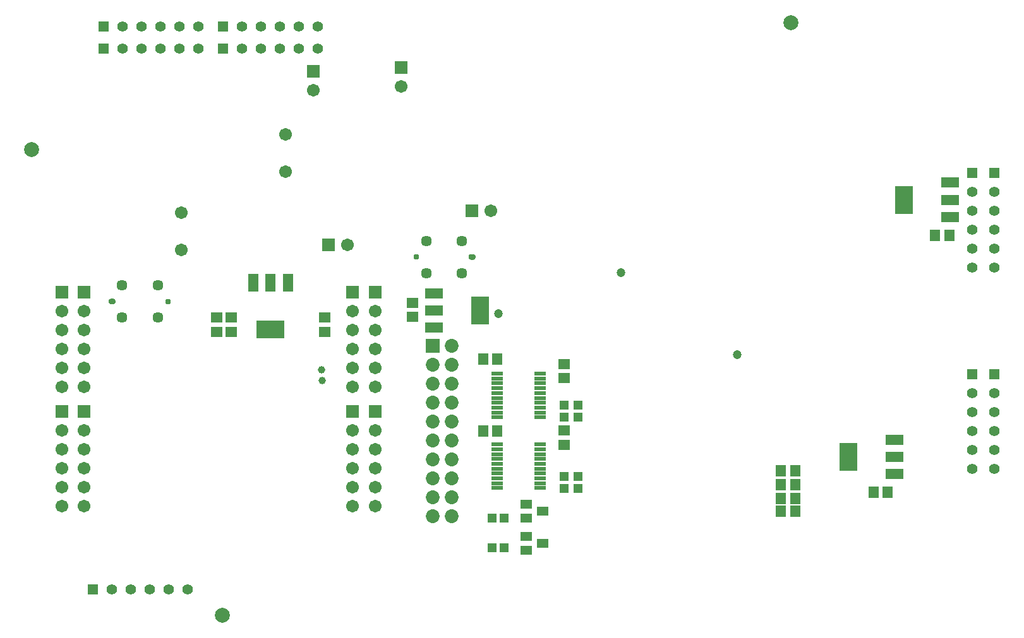
<source format=gbs>
G04*
G04 #@! TF.GenerationSoftware,Altium Limited,Altium Designer,24.5.2 (23)*
G04*
G04 Layer_Color=16711935*
%FSLAX25Y25*%
%MOIN*%
G70*
G04*
G04 #@! TF.SameCoordinates,18E33138-F5D1-4808-9D7F-E210CFB707B3*
G04*
G04*
G04 #@! TF.FilePolarity,Negative*
G04*
G01*
G75*
%ADD50C,0.07874*%
%ADD64R,0.05918X0.05524*%
%ADD65R,0.04501X0.04816*%
%ADD66R,0.04816X0.04501*%
%ADD67R,0.05524X0.05918*%
%ADD69R,0.06706X0.06706*%
%ADD80C,0.04737*%
%ADD84C,0.06706*%
%ADD85R,0.06706X0.06706*%
%ADD86C,0.03044*%
%ADD87C,0.05709*%
%ADD88R,0.07296X0.07296*%
%ADD89C,0.07296*%
%ADD90R,0.05603X0.05603*%
%ADD91C,0.05603*%
%ADD92R,0.05603X0.05603*%
%ADD93C,0.03950*%
%ADD125R,0.09461X0.05524*%
%ADD126R,0.09461X0.14580*%
G04:AMPARAMS|DCode=127|XSize=61.06mil|YSize=19.72mil|CornerRadius=2.97mil|HoleSize=0mil|Usage=FLASHONLY|Rotation=180.000|XOffset=0mil|YOffset=0mil|HoleType=Round|Shape=RoundedRectangle|*
%AMROUNDEDRECTD127*
21,1,0.06106,0.01378,0,0,180.0*
21,1,0.05512,0.01972,0,0,180.0*
1,1,0.00594,-0.02756,0.00689*
1,1,0.00594,0.02756,0.00689*
1,1,0.00594,0.02756,-0.00689*
1,1,0.00594,-0.02756,-0.00689*
%
%ADD127ROUNDEDRECTD127*%
%ADD128R,0.06312X0.04737*%
%ADD129R,0.05524X0.09461*%
%ADD130R,0.14580X0.09461*%
G36*
X57598Y180043D02*
X57520Y180047D01*
X57441Y180059D01*
X57362Y180071D01*
X57284Y180091D01*
X57209Y180114D01*
X57134Y180142D01*
X57059Y180169D01*
X56988Y180205D01*
X56917Y180244D01*
X56850Y180283D01*
X56787Y180331D01*
X56724Y180378D01*
X56661Y180429D01*
X56606Y180484D01*
X56551Y180539D01*
X56500Y180602D01*
X56453Y180665D01*
X56406Y180728D01*
X56366Y180799D01*
X56327Y180866D01*
X56291Y180937D01*
X56264Y181012D01*
X56236Y181087D01*
X56213Y181161D01*
X56193Y181240D01*
X56181Y181319D01*
X56169Y181398D01*
X56165Y181476D01*
X56161Y181555D01*
X56165Y181634D01*
X56169Y181713D01*
X56181Y181791D01*
X56193Y181870D01*
X56213Y181949D01*
X56236Y182024D01*
X56264Y182098D01*
X56291Y182173D01*
X56327Y182244D01*
X56366Y182311D01*
X56406Y182382D01*
X56453Y182445D01*
X56500Y182508D01*
X56551Y182571D01*
X56606Y182626D01*
X56661Y182681D01*
X56724Y182732D01*
X56787Y182780D01*
X56850Y182827D01*
X56917Y182866D01*
X56988Y182905D01*
X57059Y182941D01*
X57134Y182968D01*
X57209Y182996D01*
X57284Y183020D01*
X57362Y183039D01*
X57441Y183051D01*
X57520Y183063D01*
X57598Y183067D01*
X57677Y183071D01*
X58465D01*
X58543Y183067D01*
X58622Y183063D01*
X58701Y183051D01*
X58780Y183039D01*
X58858Y183020D01*
X58933Y182996D01*
X59008Y182968D01*
X59083Y182941D01*
X59153Y182905D01*
X59224Y182866D01*
X59291Y182827D01*
X59354Y182780D01*
X59417Y182732D01*
X59480Y182681D01*
X59535Y182626D01*
X59591Y182571D01*
X59642Y182508D01*
X59689Y182445D01*
X59736Y182382D01*
X59776Y182315D01*
X59815Y182244D01*
X59850Y182173D01*
X59878Y182098D01*
X59905Y182024D01*
X59929Y181949D01*
X59949Y181870D01*
X59961Y181791D01*
X59972Y181713D01*
X59976Y181634D01*
X59980Y181555D01*
X59976Y181476D01*
X59972Y181398D01*
X59961Y181319D01*
X59949Y181240D01*
X59929Y181161D01*
X59905Y181087D01*
X59878Y181012D01*
X59850Y180937D01*
X59815Y180866D01*
X59776Y180799D01*
X59736Y180728D01*
X59689Y180665D01*
X59642Y180602D01*
X59591Y180539D01*
X59535Y180484D01*
X59480Y180429D01*
X59417Y180378D01*
X59354Y180331D01*
X59291Y180283D01*
X59220Y180244D01*
X59153Y180205D01*
X59083Y180169D01*
X59008Y180142D01*
X58933Y180114D01*
X58858Y180091D01*
X58780Y180071D01*
X58701Y180059D01*
X58622Y180047D01*
X58543Y180043D01*
X58465Y180039D01*
X57677D01*
X57598Y180043D01*
D02*
G37*
G36*
X248529Y206581D02*
X248608Y206577D01*
X248687Y206565D01*
X248765Y206553D01*
X248844Y206534D01*
X248919Y206510D01*
X248994Y206482D01*
X249069Y206455D01*
X249139Y206419D01*
X249210Y206380D01*
X249277Y206341D01*
X249340Y206293D01*
X249403Y206246D01*
X249466Y206195D01*
X249521Y206140D01*
X249576Y206085D01*
X249628Y206022D01*
X249675Y205959D01*
X249722Y205896D01*
X249762Y205825D01*
X249801Y205758D01*
X249836Y205687D01*
X249864Y205612D01*
X249891Y205537D01*
X249915Y205463D01*
X249935Y205384D01*
X249947Y205305D01*
X249958Y205226D01*
X249962Y205148D01*
X249966Y205069D01*
X249962Y204990D01*
X249958Y204911D01*
X249947Y204833D01*
X249935Y204754D01*
X249915Y204675D01*
X249891Y204601D01*
X249864Y204526D01*
X249836Y204451D01*
X249801Y204380D01*
X249762Y204313D01*
X249722Y204242D01*
X249675Y204179D01*
X249628Y204116D01*
X249576Y204053D01*
X249521Y203998D01*
X249466Y203943D01*
X249403Y203892D01*
X249340Y203844D01*
X249277Y203797D01*
X249210Y203758D01*
X249139Y203719D01*
X249069Y203683D01*
X248994Y203656D01*
X248919Y203628D01*
X248844Y203604D01*
X248765Y203585D01*
X248687Y203573D01*
X248608Y203561D01*
X248529Y203557D01*
X248450Y203553D01*
X247663D01*
X247584Y203557D01*
X247506Y203561D01*
X247427Y203573D01*
X247348Y203585D01*
X247269Y203604D01*
X247195Y203628D01*
X247120Y203656D01*
X247045Y203683D01*
X246974Y203719D01*
X246903Y203758D01*
X246836Y203797D01*
X246773Y203844D01*
X246710Y203892D01*
X246647Y203943D01*
X246592Y203998D01*
X246537Y204053D01*
X246486Y204116D01*
X246439Y204179D01*
X246392Y204242D01*
X246352Y204309D01*
X246313Y204380D01*
X246277Y204451D01*
X246250Y204526D01*
X246222Y204601D01*
X246199Y204675D01*
X246179Y204754D01*
X246167Y204833D01*
X246155Y204911D01*
X246151Y204990D01*
X246147Y205069D01*
X246151Y205148D01*
X246155Y205226D01*
X246167Y205305D01*
X246179Y205384D01*
X246199Y205463D01*
X246222Y205537D01*
X246250Y205612D01*
X246277Y205687D01*
X246313Y205758D01*
X246352Y205825D01*
X246392Y205896D01*
X246439Y205959D01*
X246486Y206022D01*
X246537Y206085D01*
X246592Y206140D01*
X246647Y206195D01*
X246710Y206246D01*
X246773Y206293D01*
X246836Y206341D01*
X246907Y206380D01*
X246974Y206419D01*
X247045Y206455D01*
X247120Y206482D01*
X247195Y206510D01*
X247269Y206534D01*
X247348Y206553D01*
X247427Y206565D01*
X247506Y206577D01*
X247584Y206581D01*
X247663Y206585D01*
X248450D01*
X248529Y206581D01*
D02*
G37*
D50*
X416339Y328740D02*
D03*
X116142Y15748D02*
D03*
X15748Y261811D02*
D03*
D64*
X216535Y180905D02*
D03*
Y173425D02*
D03*
X296578Y141124D02*
D03*
Y148604D02*
D03*
Y105834D02*
D03*
Y113315D02*
D03*
X113189Y173031D02*
D03*
Y165551D02*
D03*
X121063Y173031D02*
D03*
Y165551D02*
D03*
X170276Y173031D02*
D03*
Y165551D02*
D03*
D65*
X258701Y67167D02*
D03*
X264921D02*
D03*
X258701Y51444D02*
D03*
X264921D02*
D03*
D66*
X304038Y126787D02*
D03*
Y120567D02*
D03*
X296578Y126787D02*
D03*
Y120567D02*
D03*
X303829Y89018D02*
D03*
Y82798D02*
D03*
X296578Y89018D02*
D03*
Y82798D02*
D03*
D67*
X492323Y216535D02*
D03*
X499803D02*
D03*
X467321Y80760D02*
D03*
X459841D02*
D03*
X418563Y70644D02*
D03*
X411083D02*
D03*
X418563Y77618D02*
D03*
X411083D02*
D03*
X418563Y84941D02*
D03*
X411083D02*
D03*
X418563Y92100D02*
D03*
X411083D02*
D03*
X261280Y151277D02*
D03*
X253799D02*
D03*
X261280Y113189D02*
D03*
X253799D02*
D03*
D69*
X210630Y305197D02*
D03*
X164370Y303228D02*
D03*
X31496Y186417D02*
D03*
X43307D02*
D03*
X185039D02*
D03*
X196850D02*
D03*
X31496Y123425D02*
D03*
X43307D02*
D03*
X185039D02*
D03*
X196850D02*
D03*
D80*
X387795Y153543D02*
D03*
X326772Y196850D02*
D03*
X261811Y175197D02*
D03*
D84*
X210630Y295197D02*
D03*
X257953Y229331D02*
D03*
X182165Y211614D02*
D03*
X164370Y293228D02*
D03*
X94488Y228346D02*
D03*
Y208661D02*
D03*
X149606Y250000D02*
D03*
Y269685D02*
D03*
X31496Y136417D02*
D03*
Y146417D02*
D03*
Y156417D02*
D03*
Y166417D02*
D03*
Y176417D02*
D03*
X43307Y136417D02*
D03*
Y146417D02*
D03*
Y156417D02*
D03*
Y166417D02*
D03*
Y176417D02*
D03*
X185039Y136417D02*
D03*
Y146417D02*
D03*
Y156417D02*
D03*
Y166417D02*
D03*
Y176417D02*
D03*
X196850Y136417D02*
D03*
Y146417D02*
D03*
Y156417D02*
D03*
Y166417D02*
D03*
Y176417D02*
D03*
X31496Y73425D02*
D03*
Y83425D02*
D03*
Y93425D02*
D03*
Y103425D02*
D03*
Y113425D02*
D03*
X43307Y73425D02*
D03*
Y83425D02*
D03*
Y93425D02*
D03*
Y103425D02*
D03*
Y113425D02*
D03*
X185039Y73425D02*
D03*
Y83425D02*
D03*
Y93425D02*
D03*
Y103425D02*
D03*
Y113425D02*
D03*
X196850Y73425D02*
D03*
Y83425D02*
D03*
Y93425D02*
D03*
Y103425D02*
D03*
Y113425D02*
D03*
D85*
X247953Y229331D02*
D03*
X172165Y211614D02*
D03*
D86*
X87598Y181555D02*
D03*
X218529Y205069D02*
D03*
D87*
X82284Y173091D02*
D03*
X63386D02*
D03*
X82284Y190020D02*
D03*
X63386D02*
D03*
X223844Y213533D02*
D03*
X242742D02*
D03*
X223844Y196604D02*
D03*
X242742D02*
D03*
D88*
X227362Y157992D02*
D03*
D89*
X237362D02*
D03*
X227362Y147992D02*
D03*
X237362D02*
D03*
X227362Y137992D02*
D03*
X237362D02*
D03*
X227362Y127992D02*
D03*
X237362D02*
D03*
X227362Y117992D02*
D03*
X237362D02*
D03*
X227362Y107992D02*
D03*
X237362D02*
D03*
X227362Y97992D02*
D03*
X237362D02*
D03*
X227362Y87992D02*
D03*
X237362D02*
D03*
X227362Y77992D02*
D03*
X237362D02*
D03*
X227362Y67992D02*
D03*
X237362D02*
D03*
D90*
X53740Y314961D02*
D03*
X116732D02*
D03*
X53740Y326772D02*
D03*
X47835Y29528D02*
D03*
X116732Y326772D02*
D03*
D91*
X63740Y314961D02*
D03*
X73740D02*
D03*
X83740D02*
D03*
X93740D02*
D03*
X103740D02*
D03*
X126732D02*
D03*
X136732D02*
D03*
X146732D02*
D03*
X156732D02*
D03*
X166732D02*
D03*
X63740Y326772D02*
D03*
X73740D02*
D03*
X83740D02*
D03*
X93740D02*
D03*
X103740D02*
D03*
X57835Y29528D02*
D03*
X67835D02*
D03*
X77835D02*
D03*
X87835D02*
D03*
X97835D02*
D03*
X523622Y133110D02*
D03*
Y123110D02*
D03*
Y113110D02*
D03*
Y103110D02*
D03*
Y93110D02*
D03*
X511811Y239409D02*
D03*
Y229410D02*
D03*
Y219409D02*
D03*
Y209409D02*
D03*
Y199409D02*
D03*
X523622Y239409D02*
D03*
Y229410D02*
D03*
Y219409D02*
D03*
Y209409D02*
D03*
Y199409D02*
D03*
X126732Y326772D02*
D03*
X136732D02*
D03*
X146732D02*
D03*
X156732D02*
D03*
X166732D02*
D03*
X511811Y133110D02*
D03*
Y123110D02*
D03*
Y113110D02*
D03*
Y103110D02*
D03*
Y93110D02*
D03*
D92*
X523622Y143110D02*
D03*
X511811Y249410D02*
D03*
X523622D02*
D03*
X511811Y143110D02*
D03*
D93*
X168647Y145354D02*
D03*
X168842Y139835D02*
D03*
D125*
X500394Y244291D02*
D03*
Y235236D02*
D03*
Y226181D02*
D03*
X470866Y90354D02*
D03*
Y99410D02*
D03*
Y108465D02*
D03*
X227953Y185827D02*
D03*
Y176772D02*
D03*
Y167717D02*
D03*
D126*
X475984Y235236D02*
D03*
X446457Y99410D02*
D03*
X252362Y176772D02*
D03*
D127*
X261221Y143405D02*
D03*
Y140847D02*
D03*
Y138287D02*
D03*
Y135728D02*
D03*
Y133169D02*
D03*
Y130610D02*
D03*
Y128051D02*
D03*
Y125492D02*
D03*
Y122933D02*
D03*
Y120374D02*
D03*
X284055D02*
D03*
Y122933D02*
D03*
Y125492D02*
D03*
Y128051D02*
D03*
Y130610D02*
D03*
Y133169D02*
D03*
Y135728D02*
D03*
Y138287D02*
D03*
Y140847D02*
D03*
Y143405D02*
D03*
X261221Y106004D02*
D03*
Y103445D02*
D03*
Y100886D02*
D03*
Y98327D02*
D03*
Y95768D02*
D03*
Y93209D02*
D03*
Y90650D02*
D03*
Y88091D02*
D03*
Y85532D02*
D03*
Y82973D02*
D03*
X284055D02*
D03*
Y85532D02*
D03*
Y88091D02*
D03*
Y90650D02*
D03*
Y93209D02*
D03*
Y95768D02*
D03*
Y98327D02*
D03*
Y100886D02*
D03*
Y103445D02*
D03*
Y106004D02*
D03*
D128*
X276772Y50046D02*
D03*
Y57526D02*
D03*
X285433Y53786D02*
D03*
X276772Y67126D02*
D03*
Y74606D02*
D03*
X285433Y70866D02*
D03*
D129*
X132677Y191339D02*
D03*
X141732D02*
D03*
X150787D02*
D03*
D130*
X141732Y166929D02*
D03*
M02*

</source>
